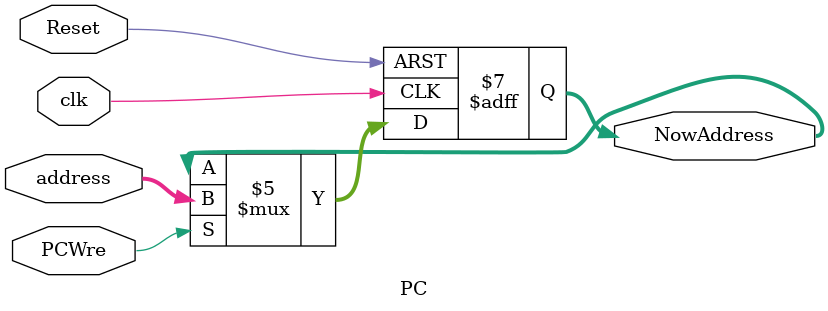
<source format=v>
`timescale 1ns / 1ps
module PC(
    input clk,
    input Reset,
    input PCWre,
    input [31:0] address,
    output reg[31:0] NowAddress
);
reg [31:0]new;

initial begin
    NowAddress<=0;
end
	 
always @(posedge clk or negedge Reset)
begin
    if (Reset == 0) NowAddress<=0;
	else begin
	   if (PCWre) NowAddress<=address;
	   else NowAddress<=NowAddress;
	end
end

endmodule
</source>
